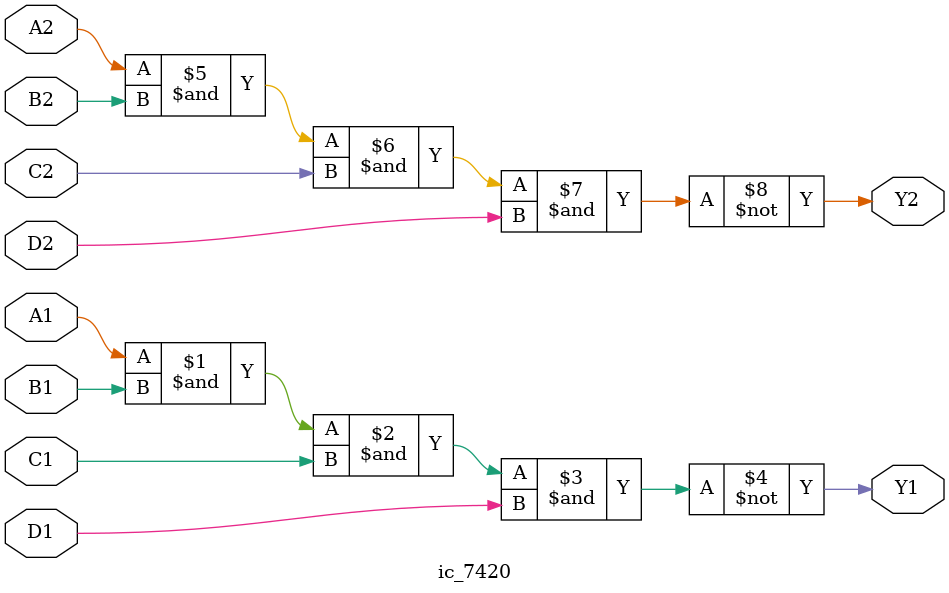
<source format=v>


module ic_7420(
    Y1, A1, B1, C1, D1,
    Y2, A2, B2, C2, D2);
    output Y1, Y2;
    input A1, A2;
    input B1, B2;
    input C1, C2;
    input D1, D2;

    assign Y1 = ~(A1 & B1 & C1 & D1); 
    assign Y2 = ~(A2 & B2 & C2 & D2);

endmodule

</source>
